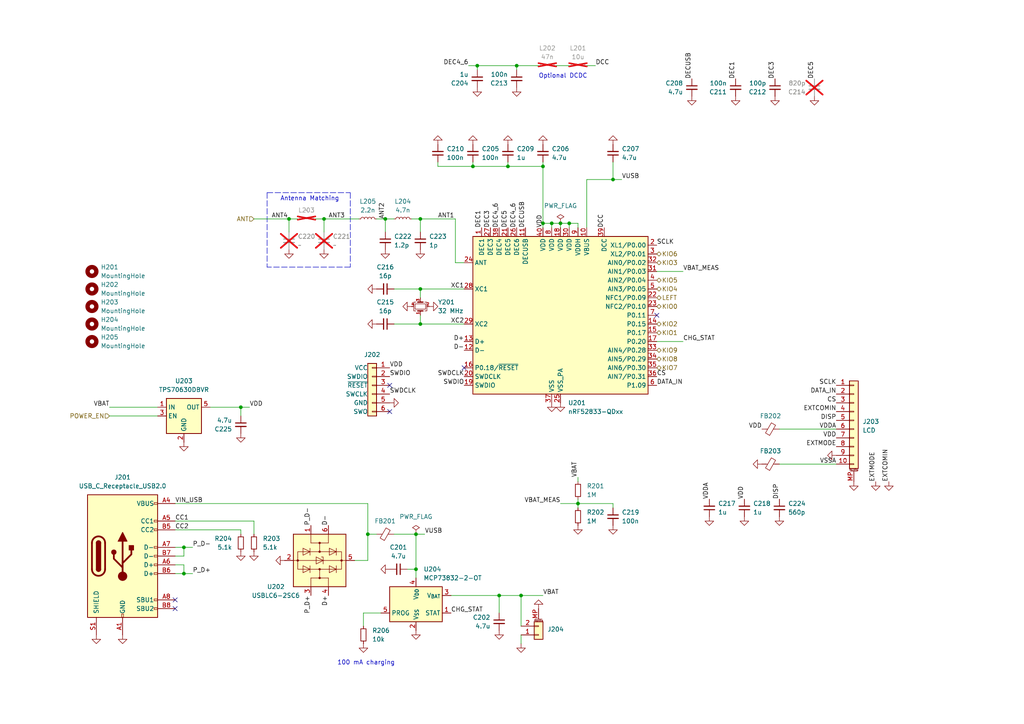
<source format=kicad_sch>
(kicad_sch (version 20230121) (generator eeschema)
  (paper "A4")
  (junction (at 93.98 63.5))
  (junction (at 157.48 64.77))
  (junction (at 69.85 118.11))
  (junction (at 151.13 172.72))
  (junction (at 121.92 63.5))
  (junction (at 120.65 165.1))
  (junction (at 138.43 19.05))
  (junction (at 177.8 52.07))
  (junction (at 147.32 48.26))
  (junction (at 106.68 154.94))
  (junction (at 167.64 146.05))
  (junction (at 121.92 93.98))
  (junction (at 149.86 19.05))
  (junction (at 83.82 63.5))
  (junction (at 160.02 64.77))
  (junction (at 165.1 64.77))
  (junction (at 53.34 166.37))
  (junction (at 53.34 158.75))
  (junction (at 144.78 172.72))
  (junction (at 111.76 63.5))
  (junction (at 162.56 64.77))
  (junction (at 120.65 154.94))
  (junction (at 137.16 48.26))
  (junction (at 121.92 83.82))
  (junction (at 157.48 48.26))
  (no_connect (at 50.8 176.53))
  (no_connect (at 113.03 111.76))
  (no_connect (at 190.5 91.44))
  (no_connect (at 50.8 173.99))
  (no_connect (at 113.03 119.38))
  (no_connect (at 134.62 106.68))
  (wire (pts (xy 177.8 46.99) (xy 177.8 52.07)))
  (wire (pts (xy 157.48 46.99) (xy 157.48 48.26)))
  (wire (pts (xy 53.34 166.37) (xy 50.8 166.37)))
  (polyline (pts (xy 77.47 55.88) (xy 77.47 77.47)) (stroke (width 0) (type dash)))
  (wire (pts (xy 162.56 146.05) (xy 167.64 146.05)))
  (wire (pts (xy 157.48 64.77) (xy 160.02 64.77)))
  (polyline (pts (xy 101.6 55.88) (xy 101.6 77.47)) (stroke (width 0) (type dash)))
  (wire (pts (xy 121.92 93.98) (xy 134.62 93.98)))
  (wire (pts (xy 114.3 83.82) (xy 121.92 83.82)))
  (wire (pts (xy 151.13 172.72) (xy 151.13 181.61)))
  (wire (pts (xy 132.08 63.5) (xy 132.08 76.2)))
  (wire (pts (xy 110.49 177.8) (xy 105.41 177.8)))
  (wire (pts (xy 137.16 48.26) (xy 147.32 48.26)))
  (wire (pts (xy 162.56 64.77) (xy 165.1 64.77)))
  (polyline (pts (xy 77.47 55.88) (xy 101.6 55.88)) (stroke (width 0) (type dash)))
  (wire (pts (xy 73.66 63.5) (xy 83.82 63.5)))
  (wire (pts (xy 121.92 83.82) (xy 121.92 86.36)))
  (wire (pts (xy 151.13 184.15) (xy 151.13 186.69)))
  (wire (pts (xy 160.02 64.77) (xy 160.02 66.04)))
  (wire (pts (xy 111.76 63.5) (xy 114.3 63.5)))
  (wire (pts (xy 119.38 63.5) (xy 121.92 63.5)))
  (wire (pts (xy 53.34 158.75) (xy 55.88 158.75)))
  (wire (pts (xy 73.66 151.13) (xy 73.66 154.94)))
  (wire (pts (xy 170.18 19.05) (xy 172.72 19.05)))
  (wire (pts (xy 167.64 146.05) (xy 177.8 146.05)))
  (wire (pts (xy 91.44 63.5) (xy 93.98 63.5)))
  (wire (pts (xy 114.3 93.98) (xy 121.92 93.98)))
  (wire (pts (xy 157.48 66.04) (xy 157.48 64.77)))
  (wire (pts (xy 149.86 19.05) (xy 156.21 19.05)))
  (wire (pts (xy 147.32 48.26) (xy 157.48 48.26)))
  (wire (pts (xy 60.96 118.11) (xy 69.85 118.11)))
  (wire (pts (xy 106.68 154.94) (xy 109.22 154.94)))
  (wire (pts (xy 167.64 146.05) (xy 167.64 147.32)))
  (wire (pts (xy 50.8 153.67) (xy 69.85 153.67)))
  (wire (pts (xy 50.8 151.13) (xy 73.66 151.13)))
  (wire (pts (xy 106.68 146.05) (xy 106.68 154.94)))
  (wire (pts (xy 137.16 46.99) (xy 137.16 48.26)))
  (wire (pts (xy 167.64 144.78) (xy 167.64 146.05)))
  (wire (pts (xy 69.85 118.11) (xy 72.39 118.11)))
  (wire (pts (xy 149.86 19.05) (xy 149.86 20.32)))
  (wire (pts (xy 127 46.99) (xy 127 48.26)))
  (wire (pts (xy 53.34 161.29) (xy 53.34 158.75)))
  (wire (pts (xy 121.92 63.5) (xy 132.08 63.5)))
  (wire (pts (xy 132.08 76.2) (xy 134.62 76.2)))
  (wire (pts (xy 121.92 83.82) (xy 134.62 83.82)))
  (wire (pts (xy 170.18 52.07) (xy 170.18 66.04)))
  (wire (pts (xy 105.41 177.8) (xy 105.41 181.61)))
  (wire (pts (xy 53.34 166.37) (xy 55.88 166.37)))
  (wire (pts (xy 50.8 146.05) (xy 106.68 146.05)))
  (wire (pts (xy 45.72 120.65) (xy 31.75 120.65)))
  (wire (pts (xy 135.89 19.05) (xy 138.43 19.05)))
  (wire (pts (xy 118.11 165.1) (xy 120.65 165.1)))
  (wire (pts (xy 167.64 64.77) (xy 167.64 66.04)))
  (wire (pts (xy 177.8 52.07) (xy 180.34 52.07)))
  (wire (pts (xy 93.98 63.5) (xy 93.98 67.31)))
  (wire (pts (xy 93.98 63.5) (xy 104.14 63.5)))
  (wire (pts (xy 226.06 124.46) (xy 242.57 124.46)))
  (wire (pts (xy 69.85 153.67) (xy 69.85 154.94)))
  (wire (pts (xy 53.34 158.75) (xy 50.8 158.75)))
  (wire (pts (xy 31.75 118.11) (xy 45.72 118.11)))
  (wire (pts (xy 102.87 162.56) (xy 106.68 162.56)))
  (wire (pts (xy 53.34 163.83) (xy 53.34 166.37)))
  (wire (pts (xy 138.43 19.05) (xy 149.86 19.05)))
  (wire (pts (xy 83.82 63.5) (xy 86.36 63.5)))
  (wire (pts (xy 151.13 172.72) (xy 157.48 172.72)))
  (wire (pts (xy 106.68 154.94) (xy 106.68 162.56)))
  (wire (pts (xy 120.65 154.94) (xy 120.65 165.1)))
  (wire (pts (xy 157.48 48.26) (xy 157.48 64.77)))
  (wire (pts (xy 120.65 165.1) (xy 120.65 167.64)))
  (wire (pts (xy 167.64 138.43) (xy 167.64 139.7)))
  (wire (pts (xy 111.76 63.5) (xy 111.76 67.31)))
  (wire (pts (xy 177.8 146.05) (xy 177.8 147.32)))
  (wire (pts (xy 161.29 19.05) (xy 165.1 19.05)))
  (wire (pts (xy 144.78 172.72) (xy 144.78 177.8)))
  (wire (pts (xy 162.56 64.77) (xy 162.56 66.04)))
  (wire (pts (xy 160.02 64.77) (xy 162.56 64.77)))
  (polyline (pts (xy 101.6 77.47) (xy 77.47 77.47)) (stroke (width 0) (type dash)))
  (wire (pts (xy 120.65 154.94) (xy 123.19 154.94)))
  (wire (pts (xy 69.85 118.11) (xy 69.85 120.65)))
  (wire (pts (xy 147.32 46.99) (xy 147.32 48.26)))
  (wire (pts (xy 226.06 134.62) (xy 242.57 134.62)))
  (wire (pts (xy 50.8 163.83) (xy 53.34 163.83)))
  (wire (pts (xy 121.92 63.5) (xy 121.92 67.31)))
  (wire (pts (xy 177.8 52.07) (xy 170.18 52.07)))
  (wire (pts (xy 114.3 154.94) (xy 120.65 154.94)))
  (wire (pts (xy 130.81 172.72) (xy 144.78 172.72)))
  (wire (pts (xy 50.8 161.29) (xy 53.34 161.29)))
  (wire (pts (xy 165.1 64.77) (xy 165.1 66.04)))
  (wire (pts (xy 83.82 63.5) (xy 83.82 67.31)))
  (wire (pts (xy 198.12 99.06) (xy 190.5 99.06)))
  (wire (pts (xy 138.43 19.05) (xy 138.43 20.32)))
  (wire (pts (xy 127 48.26) (xy 137.16 48.26)))
  (wire (pts (xy 109.22 63.5) (xy 111.76 63.5)))
  (wire (pts (xy 165.1 64.77) (xy 167.64 64.77)))
  (wire (pts (xy 144.78 172.72) (xy 151.13 172.72)))
  (wire (pts (xy 198.12 78.74) (xy 190.5 78.74)))
  (wire (pts (xy 121.92 91.44) (xy 121.92 93.98)))
  (text "100 mA charging" (at 97.79 193.04 0) (effects (font (size 1.27 1.27)) (justify left bottom)))
  (text "Antenna Matching" (at 81.28 58.42 0) (effects (font (size 1.27 1.27)) (justify left bottom)))
  (text "Optional DCDC" (at 156.21 22.86 0) (effects (font (size 1.27 1.27)) (justify left bottom)))
  (label "CC1" (at 50.8 151.13 0))
  (label "VUSB" (at 180.34 52.07 0))
  (label "SWDIO" (at 113.03 109.22 0))
  (label "DCC" (at 175.26 66.04 90))
  (label "DECUSB" (at 200.66 22.86 90))
  (label "EXTMODE" (at 242.57 129.54 180))
  (label "SWDCLK" (at 134.62 109.22 180))
  (label "D+" (at 134.62 99.06 180))
  (label "P_D+" (at 55.88 166.37 0))
  (label "VDD" (at 157.48 66.04 90))
  (label "EXTMODE" (at 254 139.7 90))
  (label "DISP" (at 226.06 144.78 90))
  (label "CS" (at 190.5 109.22 0))
  (label "CHG_STAT" (at 130.81 177.8 0))
  (label "VBAT" (at 167.64 138.43 90))
  (label "CS" (at 242.57 116.84 180))
  (label "EXTCOMIN" (at 257.81 139.7 90))
  (label "SCLK" (at 242.57 111.76 180))
  (label "SWDCLK" (at 113.03 114.3 0))
  (label "ANT3" (at 95.25 63.5 0))
  (label "VBAT_MEAS" (at 162.56 146.05 180))
  (label "VDDA" (at 242.57 124.46 180))
  (label "XC1" (at 134.62 83.82 180))
  (label "ANT2" (at 111.76 63.5 90))
  (label "D-" (at 134.62 101.6 180))
  (label "P_D+" (at 90.17 172.72 270))
  (label "VIN_USB" (at 50.8 146.05 0))
  (label "VDD" (at 215.9 144.78 90))
  (label "DEC3" (at 142.24 66.04 90))
  (label "SWDIO" (at 134.62 111.76 180))
  (label "DECUSB" (at 152.4 66.04 90))
  (label "CHG_STAT" (at 198.12 99.06 0))
  (label "DEC4_6" (at 144.78 66.04 90))
  (label "VBAT" (at 157.48 172.72 0))
  (label "DISP" (at 242.57 121.92 180))
  (label "VDD" (at 220.98 124.46 180))
  (label "DEC5" (at 147.32 66.04 90))
  (label "ANT1" (at 127 63.5 0))
  (label "DATA_IN" (at 242.57 114.3 180))
  (label "XC2" (at 134.62 93.98 180))
  (label "P_D-" (at 90.17 152.4 90))
  (label "VDD" (at 72.39 118.11 0))
  (label "DEC3" (at 224.79 22.86 90))
  (label "DEC4_6" (at 135.89 19.05 180))
  (label "VSSA" (at 242.57 134.62 180))
  (label "DCC" (at 172.72 19.05 0))
  (label "CC2" (at 50.8 153.67 0))
  (label "VDDA" (at 205.74 144.78 90))
  (label "D+" (at 95.25 172.72 270))
  (label "ANT4" (at 78.74 63.5 0))
  (label "DEC1" (at 139.7 66.04 90))
  (label "SCLK" (at 190.5 71.12 0))
  (label "DEC4_6" (at 149.86 66.04 90))
  (label "EXTCOMIN" (at 242.57 119.38 180))
  (label "VBAT" (at 31.75 118.11 180))
  (label "DATA_IN" (at 190.5 111.76 0))
  (label "D-" (at 95.25 152.4 90))
  (label "DEC1" (at 213.36 22.86 90))
  (label "VBAT_MEAS" (at 198.12 78.74 0))
  (label "VUSB" (at 123.19 154.94 0))
  (label "P_D-" (at 55.88 158.75 0))
  (label "VDD" (at 113.03 106.68 0))
  (label "DEC5" (at 236.22 22.86 90))
  (label "VDD" (at 242.57 127 180))
  (hierarchical_label "KIO1" (shape bidirectional) (at 190.5 96.52 0))
  (hierarchical_label "KIO5" (shape bidirectional) (at 190.5 81.28 0))
  (hierarchical_label "KIO6" (shape bidirectional) (at 190.5 73.66 0))
  (hierarchical_label "KIO7" (shape bidirectional) (at 190.5 106.68 0))
  (hierarchical_label "KIO9" (shape bidirectional) (at 190.5 101.6 0))
  (hierarchical_label "KIO0" (shape bidirectional) (at 190.5 88.9 0))
  (hierarchical_label "KIO4" (shape bidirectional) (at 190.5 83.82 0))
  (hierarchical_label "POWER_EN" (shape input) (at 31.75 120.65 180))
  (hierarchical_label "LEFT" (shape bidirectional) (at 190.5 86.36 0))
  (hierarchical_label "KIO3" (shape bidirectional) (at 190.5 76.2 0))
  (hierarchical_label "KIO8" (shape bidirectional) (at 190.5 104.14 0))
  (hierarchical_label "ANT" (shape input) (at 73.66 63.5 180))
  (hierarchical_label "KIO2" (shape bidirectional) (at 190.5 93.98 0))
  (symbol (lib_id "Connector:USB_C_Receptacle_USB2.0") (at 35.56 161.29 0) (unit 1)
    (property "Reference" "J201" (at 35.56 138.43 0))
    (property "Value" "USB_C_Receptacle_USB2.0" (at 35.56 140.97 0))
    (property "Footprint" "connectors:USB_C_Receptacle_USB4105" (effects hide))
    (property "Datasheet" "https://www.usb.org/sites/default/files/documents/usb_type-c.zip" (effects hide))
    (property "MFPN" "USB4105 or TYPE-C-31-M-12" (effects hide))
    (property "LCSC" "C165948" (effects hide))
    (instances (project "crkbd-shockburst" (path "" (reference "J201") (unit 1)) (path "" (reference "J502") (unit 1))))
  )
  (symbol (lib_id "power:GND") (at 113.03 116.84 90) (unit 1)
    (property "Reference" "#PWR0236" (effects hide))
    (property "Value" "GND" (effects hide))
    (instances (project "crkbd-shockburst" (path "" (reference "#PWR0236") (unit 1)) (path "" (reference "#PWR0524") (unit 1))))
  )
  (symbol (lib_id "Device:C_Small") (at 83.82 69.85 0) (mirror y) (unit 1) (dnp yes)
    (property "Reference" "C220" (at 86.36 68.5863 0) (effects (justify right)))
    (property "Value" "~" (at 86.36 71.1263 0) (effects (justify right)))
    (property "Footprint" "passive:C_0402" (effects hide))
    (instances (project "crkbd-shockburst" (path "" (reference "C220") (unit 1)) (path "" (reference "C513") (unit 1))))
  )
  (symbol (lib_id "Device:C_Small") (at 69.85 123.19 0) (unit 1)
    (property "Reference" "C225" (at 67.31 124.4664 0) (effects (justify right)))
    (property "Value" "4.7u" (at 67.31 121.9264 0) (effects (justify right)))
    (property "Footprint" "passive:C_0603" (effects hide))
    (property "MFPN" "C0603B475K010T" (effects hide))
    (property "Specification" "10V,X5R" (effects hide))
    (property "LCSC" "C961503" (effects hide))
    (instances (project "crkbd-shockburst" (path "" (reference "C225") (unit 1)) (path "" (reference "C525") (unit 1))))
  )
  (symbol (lib_id "Mechanical:MountingHole") (at 26.67 83.82 0) (unit 1) (in_bom no)
    (property "Reference" "H202" (at 29.21 82.55 0) (effects (justify left)))
    (property "Value" "MountingHole" (at 29.21 85.09 0) (effects (justify left)))
    (property "Footprint" "MountingHole:MountingHole_4.3mm_M4" (effects hide))
    (instances (project "crkbd-shockburst" (path "" (reference "H202") (unit 1)) (path "" (reference "H502") (unit 1))))
  )
  (symbol (lib_id "power:GND") (at 151.13 186.69 0) (unit 1)
    (property "Reference" "#PWR0212" (effects hide))
    (property "Value" "GND" (effects hide))
    (instances (project "crkbd-shockburst" (path "" (reference "#PWR0212") (unit 1)) (path "" (reference "#PWR0541") (unit 1))))
  )
  (symbol (lib_id "power:GND") (at 160.02 116.84 0) (unit 1)
    (property "Reference" "#PWR0201" (effects hide))
    (property "Value" "GND" (effects hide))
    (instances (project "crkbd-shockburst" (path "" (reference "#PWR0201") (unit 1)) (path "" (reference "#PWR0525") (unit 1))))
  )
  (symbol (lib_id "Device:FerriteBead_Small") (at 111.76 154.94 90) (unit 1)
    (property "Reference" "FB201" (at 111.7219 151.13 90))
    (property "Value" "FerriteBead_Small" (effects hide))
    (property "Footprint" "passive:R_0603" (effects hide))
    (property "MFPN" "MMZ1608Y152BTA00" (effects hide))
    (property "Specification" "600 ohm @ 100 MHz" (effects hide))
    (property "LCSC" "C275454" (effects hide))
    (instances (project "crkbd-shockburst" (path "" (reference "FB201") (unit 1)) (path "" (reference "FB501") (unit 1))))
  )
  (symbol (lib_id "Regulator_Linear:TPS7A0533PDBV") (at 53.34 120.65 0) (unit 1)
    (property "Reference" "U203" (at 53.34 110.49 0))
    (property "Value" "TPS70630DBVR" (at 53.34 113.03 0))
    (property "Footprint" "Package_TO_SOT_SMD:SOT-23-5" (effects hide))
    (property "Datasheet" "https://www.ti.com/lit/ds/symlink/tps7a05.pdf" (effects hide))
    (property "MFPN" "TPS70630DBVR" (effects hide))
    (property "LCSC" "C2859817" (effects hide))
    (instances (project "crkbd-shockburst" (path "" (reference "U203") (unit 1)) (path "" (reference "U504") (unit 1))))
  )
  (symbol (lib_id "Device:C_Small") (at 111.76 83.82 270) (mirror x) (unit 1)
    (property "Reference" "C216" (at 111.7536 77.47 90))
    (property "Value" "16p" (at 111.7536 80.01 90))
    (property "Footprint" "passive:C_0402" (effects hide))
    (property "MFPN" "SH15N150J500CT" (effects hide))
    (property "Specification" "50V,C0G" (effects hide))
    (property "LCSC" "C396888" (effects hide))
    (instances (project "crkbd-shockburst" (path "" (reference "C216") (unit 1)) (path "" (reference "C517") (unit 1))))
  )
  (symbol (lib_id "Device:C_Small") (at 224.79 25.4 0) (mirror y) (unit 1)
    (property "Reference" "C212" (at 222.25 26.6764 0) (effects (justify left)))
    (property "Value" "100p" (at 222.25 24.1364 0) (effects (justify left)))
    (property "Footprint" "passive:C_0402" (effects hide))
    (property "MFPN" "MG15N101J500CT" (effects hide))
    (property "Specification" "50V,C0G" (effects hide))
    (property "LCSC" "C327785" (effects hide))
    (instances (project "crkbd-shockburst" (path "" (reference "C212") (unit 1)) (path "" (reference "C505") (unit 1))))
  )
  (symbol (lib_id "Device:L_Small") (at 106.68 63.5 90) (unit 1)
    (property "Reference" "L205" (at 106.68 58.42 90))
    (property "Value" "2.2n" (at 106.68 60.96 90))
    (property "Footprint" "passive:R_0402" (effects hide))
    (property "MFPN" "SDCL1005C2N2CTDF" (effects hide))
    (property "LCSC" "C918998" (effects hide))
    (instances (project "crkbd-shockburst" (path "" (reference "L205") (unit 1)) (path "" (reference "L504") (unit 1))))
  )
  (symbol (lib_id "power:GND") (at 83.82 72.39 0) (unit 1)
    (property "Reference" "#PWR0239" (effects hide))
    (property "Value" "GND" (effects hide))
    (instances (project "crkbd-shockburst" (path "" (reference "#PWR0239") (unit 1)) (path "" (reference "#PWR0515") (unit 1))))
  )
  (symbol (lib_id "Device:C_Small") (at 111.76 93.98 270) (mirror x) (unit 1)
    (property "Reference" "C215" (at 111.7536 87.63 90))
    (property "Value" "16p" (at 111.7536 90.17 90))
    (property "Footprint" "passive:C_0402" (effects hide))
    (property "MFPN" "SH15N150J500CT" (effects hide))
    (property "Specification" "50V,C0G" (effects hide))
    (property "LCSC" "C396888" (effects hide))
    (instances (project "crkbd-shockburst" (path "" (reference "C215") (unit 1)) (path "" (reference "C518") (unit 1))))
  )
  (symbol (lib_id "power:GND") (at 177.8 41.91 180) (unit 1)
    (property "Reference" "#PWR0218" (effects hide))
    (property "Value" "GND" (effects hide))
    (instances (project "crkbd-shockburst" (path "" (reference "#PWR0218") (unit 1)) (path "" (reference "#PWR0512") (unit 1))))
  )
  (symbol (lib_id "power:GND") (at 220.98 134.62 270) (unit 1)
    (property "Reference" "#PWR0207" (effects hide))
    (property "Value" "GND" (effects hide))
    (instances (project "crkbd-shockburst" (path "" (reference "#PWR0207") (unit 1)) (path "" (reference "#PWR0514") (unit 1))))
  )
  (symbol (lib_id "Mechanical:MountingHole") (at 26.67 99.06 0) (unit 1) (in_bom no)
    (property "Reference" "H205" (at 29.21 97.79 0) (effects (justify left)))
    (property "Value" "MountingHole" (at 29.21 100.33 0) (effects (justify left)))
    (property "Footprint" "MountingHole:MountingHole_4.3mm_M4" (effects hide))
    (instances (project "crkbd-shockburst" (path "" (reference "H205") (unit 1)) (path "" (reference "H505") (unit 1))))
  )
  (symbol (lib_id "power:GND") (at 35.56 184.15 0) (unit 1)
    (property "Reference" "#PWR0204" (effects hide))
    (property "Value" "GND" (effects hide))
    (instances (project "crkbd-shockburst" (path "" (reference "#PWR0204") (unit 1)) (path "" (reference "#PWR0539") (unit 1))))
  )
  (symbol (lib_id "power:GND") (at 200.66 27.94 0) (unit 1)
    (property "Reference" "#PWR0219" (effects hide))
    (property "Value" "GND" (effects hide))
    (instances (project "crkbd-shockburst" (path "" (reference "#PWR0219") (unit 1)) (path "" (reference "#PWR0503") (unit 1))))
  )
  (symbol (lib_id "power:GND") (at 177.8 152.4 0) (unit 1)
    (property "Reference" "#PWR0234" (effects hide))
    (property "Value" "GND" (effects hide))
    (instances (project "crkbd-shockburst" (path "" (reference "#PWR0234") (unit 1)) (path "" (reference "#PWR0529") (unit 1))))
  )
  (symbol (lib_id "Device:L_Small") (at 116.84 63.5 90) (unit 1)
    (property "Reference" "L204" (at 116.84 58.42 90))
    (property "Value" "4.7n" (at 116.84 60.96 90))
    (property "Footprint" "passive:R_0402" (effects hide))
    (property "MFPN" "HCI1005LF-4N7S-MS8" (effects hide))
    (property "LCSC" "C304335" (effects hide))
    (instances (project "crkbd-shockburst" (path "" (reference "L204") (unit 1)) (path "" (reference "L505") (unit 1))))
  )
  (symbol (lib_id "power:GND") (at 157.48 41.91 180) (unit 1)
    (property "Reference" "#PWR0217" (effects hide))
    (property "Value" "GND" (effects hide))
    (instances (project "crkbd-shockburst" (path "" (reference "#PWR0217") (unit 1)) (path "" (reference "#PWR0511") (unit 1))))
  )
  (symbol (lib_id "power:GND") (at 111.76 72.39 0) (unit 1)
    (property "Reference" "#PWR0240" (effects hide))
    (property "Value" "GND" (effects hide))
    (instances (project "crkbd-shockburst" (path "" (reference "#PWR0240") (unit 1)) (path "" (reference "#PWR0517") (unit 1))))
  )
  (symbol (lib_id "power:GND") (at 167.64 152.4 0) (unit 1)
    (property "Reference" "#PWR0233" (effects hide))
    (property "Value" "GND" (effects hide))
    (instances (project "crkbd-shockburst" (path "" (reference "#PWR0233") (unit 1)) (path "" (reference "#PWR0528") (unit 1))))
  )
  (symbol (lib_id "power:GND") (at 254 139.7 0) (unit 1)
    (property "Reference" "#PWR0228" (effects hide))
    (property "Value" "GND" (effects hide))
    (instances (project "crkbd-shockburst" (path "" (reference "#PWR0228") (unit 1)) (path "" (reference "#PWR0530") (unit 1))))
  )
  (symbol (lib_id "power:GND") (at 69.85 160.02 0) (unit 1)
    (property "Reference" "#PWR0230" (effects hide))
    (property "Value" "GND" (effects hide))
    (instances (project "crkbd-shockburst" (path "" (reference "#PWR0230") (unit 1)) (path "" (reference "#PWR0531") (unit 1))))
  )
  (symbol (lib_id "Device:R_Small") (at 167.64 149.86 0) (unit 1)
    (property "Reference" "R202" (at 170.18 148.59 0) (effects (justify left)))
    (property "Value" "1M" (at 170.18 151.13 0) (effects (justify left)))
    (property "Footprint" "passive:R_0402" (effects hide))
    (property "MFPN" "HPCR0402F1M00K9" (effects hide))
    (property "Specification" "1%" (effects hide))
    (property "LCSC" "C364860" (effects hide))
    (instances (project "crkbd-shockburst" (path "" (reference "R202") (unit 1)) (path "" (reference "R503") (unit 1))))
  )
  (symbol (lib_id "Device:R_Small") (at 69.85 157.48 180) (unit 1)
    (property "Reference" "R204" (at 67.31 156.21 0) (effects (justify left)))
    (property "Value" "5.1k" (at 67.31 158.75 0) (effects (justify left)))
    (property "Footprint" "passive:R_0402" (effects hide))
    (property "MFPN" "RM04JTN512" (effects hide))
    (property "Specification" "5%" (effects hide))
    (property "LCSC" "C188116" (effects hide))
    (instances (project "crkbd-shockburst" (path "" (reference "R204") (unit 1)) (path "" (reference "R504") (unit 1))))
  )
  (symbol (lib_id "power:GND") (at 247.65 139.7 0) (unit 1)
    (property "Reference" "#PWR0206" (effects hide))
    (property "Value" "GND" (effects hide))
    (instances (project "crkbd-shockburst" (path "" (reference "#PWR0206") (unit 1)) (path "" (reference "#PWR0513") (unit 1))))
  )
  (symbol (lib_id "Device:R_Small") (at 167.64 142.24 0) (unit 1)
    (property "Reference" "R201" (at 170.18 140.97 0) (effects (justify left)))
    (property "Value" "1M" (at 170.18 143.51 0) (effects (justify left)))
    (property "Footprint" "passive:R_0402" (effects hide))
    (property "MFPN" "HPCR0402F1M00K9" (effects hide))
    (property "Specification" "1%" (effects hide))
    (property "LCSC" "C364860" (effects hide))
    (instances (project "crkbd-shockburst" (path "" (reference "R201") (unit 1)) (path "" (reference "R502") (unit 1))))
  )
  (symbol (lib_id "Device:Crystal_GND24_Small") (at 121.92 88.9 90) (unit 1)
    (property "Reference" "Y201" (at 127 87.63 90) (effects (justify right)))
    (property "Value" "32 MHz" (at 127 90.17 90) (effects (justify right)))
    (property "Footprint" "crystals:Crystal_4Pin_2.0x1.6mm" (effects hide))
    (property "MFPN" "7D032000H01" (effects hide))
    (property "Specification" "32MHz 9pF ±10ppm" (effects hide))
    (property "LCSC" "C648961" (effects hide))
    (instances (project "crkbd-shockburst" (path "" (reference "Y201") (unit 1)) (path "" (reference "Y501") (unit 1))))
  )
  (symbol (lib_id "power:GND") (at 144.78 182.88 0) (unit 1)
    (property "Reference" "#PWR0213" (effects hide))
    (property "Value" "GND" (effects hide))
    (instances (project "crkbd-shockburst" (path "" (reference "#PWR0213") (unit 1)) (path "" (reference "#PWR0537") (unit 1))))
  )
  (symbol (lib_id "Connector_Generic_MountingPin:Conn_01x02_MountingPin") (at 156.21 184.15 0) (mirror x) (unit 1)
    (property "Reference" "J204" (at 158.75 182.5244 0) (effects (justify left)))
    (property "Value" "Conn_01x02_MountingPin" (effects hide))
    (property "Footprint" "Connector_JST:JST_SH_SM02B-SRSS-TB_1x02-1MP_P1.00mm_Horizontal" (effects hide))
    (instances (project "crkbd-shockburst" (path "" (reference "J204") (unit 1)) (path "" (reference "J504") (unit 1))))
  )
  (symbol (lib_id "power:GND") (at 69.85 125.73 0) (unit 1)
    (property "Reference" "#PWR0237" (effects hide))
    (property "Value" "GND" (effects hide))
    (instances (project "crkbd-shockburst" (path "" (reference "#PWR0237") (unit 1)) (path "" (reference "#PWR0544") (unit 1))))
  )
  (symbol (lib_id "power:PWR_FLAG") (at 162.56 64.77 0) (unit 1)
    (property "Reference" "#FLG0202" (effects hide))
    (property "Value" "PWR_FLAG" (at 162.56 59.69 0))
    (instances (project "crkbd-shockburst" (path "" (reference "#FLG0202") (unit 1)) (path "" (reference "#FLG0501") (unit 1))))
  )
  (symbol (lib_id "power:GND") (at 124.46 88.9 90) (unit 1)
    (property "Reference" "#PWR02" (effects hide))
    (property "Value" "GND" (effects hide))
    (instances (project "crkbd-shockburst" (path "" (reference "#PWR02") (unit 1)) (path "" (reference "#PWR0522") (unit 1))))
  )
  (symbol (lib_id "Device:C_Small") (at 236.22 25.4 0) (mirror y) (unit 1) (dnp yes)
    (property "Reference" "C214" (at 233.68 26.6764 0) (effects (justify left)))
    (property "Value" "820p" (at 233.68 24.1364 0) (effects (justify left)))
    (property "Footprint" "passive:C_0402" (effects hide))
    (property "MFPN" "C1005X7R821KGTS" (effects hide))
    (property "Specification" "50V,C0G" (effects hide))
    (property "LCSC" "C147541" (effects hide))
    (instances (project "crkbd-shockburst" (path "" (reference "C214") (unit 1)) (path "" (reference "C506") (unit 1))))
  )
  (symbol (lib_id "Device:FerriteBead_Small") (at 223.52 124.46 90) (unit 1)
    (property "Reference" "FB202" (at 223.4819 120.65 90))
    (property "Value" "FerriteBead_Small" (effects hide))
    (property "Footprint" "passive:R_0603" (effects hide))
    (property "MFPN" "MMZ1608Y152BTA00" (effects hide))
    (property "Specification" "600 ohm @ 100 MHz" (effects hide))
    (property "LCSC" "C275454" (effects hide))
    (instances (project "crkbd-shockburst" (path "" (reference "FB202") (unit 1)) (path "" (reference "FB502") (unit 1))))
  )
  (symbol (lib_id "Device:C_Small") (at 205.74 147.32 180) (unit 1)
    (property "Reference" "C217" (at 208.28 146.0436 0) (effects (justify right)))
    (property "Value" "1u" (at 208.28 148.5836 0) (effects (justify right)))
    (property "Footprint" "passive:C_0402" (effects hide))
    (property "MFPN" "FS15B105K6R3PNG" (effects hide))
    (property "Specification" "6.3V,X5R" (effects hide))
    (property "LCSC" "C525327" (effects hide))
    (instances (project "crkbd-shockburst" (path "" (reference "C217") (unit 1)) (path "" (reference "C522") (unit 1))))
  )
  (symbol (lib_id "power:GND") (at 82.55 162.56 270) (unit 1)
    (property "Reference" "#PWR0205" (effects hide))
    (property "Value" "GND" (effects hide))
    (instances (project "crkbd-shockburst" (path "" (reference "#PWR0205") (unit 1)) (path "" (reference "#PWR0533") (unit 1))))
  )
  (symbol (lib_id "Device:C_Small") (at 215.9 147.32 180) (unit 1)
    (property "Reference" "C218" (at 218.44 146.0436 0) (effects (justify right)))
    (property "Value" "1u" (at 218.44 148.5836 0) (effects (justify right)))
    (property "Footprint" "passive:C_0402" (effects hide))
    (property "MFPN" "FS15B105K6R3PNG" (effects hide))
    (property "Specification" "6.3V,X5R" (effects hide))
    (property "LCSC" "C525327" (effects hide))
    (instances (project "crkbd-shockburst" (path "" (reference "C218") (unit 1)) (path "" (reference "C523") (unit 1))))
  )
  (symbol (lib_id "Device:C_Small") (at 226.06 147.32 0) (mirror y) (unit 1)
    (property "Reference" "C224" (at 228.6 146.0563 0) (effects (justify right)))
    (property "Value" "560p" (at 228.6 148.5963 0) (effects (justify right)))
    (property "Footprint" "passive:C_0402" (effects hide))
    (property "MFPN" "FN15X561K500PNG" (effects hide))
    (property "Specification" "50V,X7R" (effects hide))
    (property "LCSC" "C363544" (effects hide))
    (instances (project "crkbd-shockburst" (path "" (reference "C224") (unit 1)) (path "" (reference "C524") (unit 1))))
  )
  (symbol (lib_id "Device:C_Small") (at 147.32 44.45 180) (unit 1)
    (property "Reference" "C209" (at 149.86 43.1736 0) (effects (justify right)))
    (property "Value" "1u" (at 149.86 45.7136 0) (effects (justify right)))
    (property "Footprint" "passive:C_0402" (effects hide))
    (property "MFPN" "FS15B105K6R3PNG" (effects hide))
    (property "Specification" "6.3V,X5R" (effects hide))
    (property "LCSC" "C525327" (effects hide))
    (instances (project "crkbd-shockburst" (path "" (reference "C209") (unit 1)) (path "" (reference "C509") (unit 1))))
  )
  (symbol (lib_id "power:GND") (at 53.34 128.27 0) (unit 1)
    (property "Reference" "#PWR0243" (effects hide))
    (property "Value" "GND" (effects hide))
    (instances (project "crkbd-shockburst" (path "" (reference "#PWR0243") (unit 1)) (path "" (reference "#PWR0545") (unit 1))))
  )
  (symbol (lib_id "power:GND") (at 149.86 25.4 0) (unit 1)
    (property "Reference" "#PWR0224" (effects hide))
    (property "Value" "GND" (effects hide))
    (instances (project "crkbd-shockburst" (path "" (reference "#PWR0224") (unit 1)) (path "" (reference "#PWR0502") (unit 1))))
  )
  (symbol (lib_id "power:GND") (at 27.94 184.15 0) (unit 1)
    (property "Reference" "#PWR0203" (effects hide))
    (property "Value" "GND" (effects hide))
    (instances (project "crkbd-shockburst" (path "" (reference "#PWR0203") (unit 1)) (path "" (reference "#PWR0538") (unit 1))))
  )
  (symbol (lib_id "Device:C_Small") (at 137.16 44.45 180) (unit 1)
    (property "Reference" "C205" (at 139.7 43.1736 0) (effects (justify right)))
    (property "Value" "100n" (at 139.7 45.7136 0) (effects (justify right)))
    (property "Footprint" "passive:C_0402" (effects hide))
    (property "MFPN" "FN15B104K160PNG" (effects hide))
    (property "Specification" "16V,X5R" (effects hide))
    (property "LCSC" "C2874742" (effects hide))
    (instances (project "crkbd-shockburst" (path "" (reference "C205") (unit 1)) (path "" (reference "C508") (unit 1))))
  )
  (symbol (lib_id "Device:L_Small") (at 158.75 19.05 90) (unit 1) (dnp yes)
    (property "Reference" "L202" (at 158.75 13.97 90))
    (property "Value" "47n" (at 158.75 16.51 90))
    (property "Footprint" "passive:R_0402" (effects hide))
    (property "Specification" "50 mA min." (effects hide))
    (instances (project "crkbd-shockburst" (path "" (reference "L202") (unit 1)) (path "" (reference "L501") (unit 1))))
  )
  (symbol (lib_id "power:GND") (at 93.98 72.39 0) (unit 1)
    (property "Reference" "#PWR0238" (effects hide))
    (property "Value" "GND" (effects hide))
    (instances (project "crkbd-shockburst" (path "" (reference "#PWR0238") (unit 1)) (path "" (reference "#PWR0516") (unit 1))))
  )
  (symbol (lib_id "Battery_Management:MCP73832-2-OT") (at 120.65 175.26 0) (unit 1)
    (property "Reference" "U204" (at 122.8441 165.1 0) (effects (justify left)))
    (property "Value" "MCP73832-2-OT" (at 122.8441 167.64 0) (effects (justify left)))
    (property "Footprint" "Package_TO_SOT_SMD:SOT-23-5" (effects hide))
    (property "Datasheet" "http://ww1.microchip.com/downloads/en/DeviceDoc/20001984g.pdf" (effects hide))
    (property "MFPN" "MCP73832T-2ACI/OT" (effects hide))
    (property "LCSC" "C38066" (effects hide))
    (instances (project "crkbd-shockburst" (path "" (reference "U204") (unit 1)) (path "" (reference "U503") (unit 1))))
  )
  (symbol (lib_id "nordic_mcu:nRF52833-QDxx") (at 162.56 91.44 0) (unit 1)
    (property "Reference" "U201" (at 164.7541 116.84 0) (effects (justify left)))
    (property "Value" "nRF52833-QDxx" (at 164.7541 119.38 0) (effects (justify left)))
    (property "Footprint" "Package_DFN_QFN:QFN-40-1EP_5x5mm_P0.4mm_EP3.6x3.6mm" (effects hide))
    (property "Datasheet" "https://infocenter.nordicsemi.com/pdf/nRF52833_PS_v1.5.pdf" (effects hide))
    (property "MFPN" "nRF52833-QDAA" (effects hide))
    (property "LCSC" "C2895249 or C3007767" (effects hide))
    (instances (project "crkbd-shockburst" (path "" (reference "U201") (unit 1)) (path "" (reference "U501") (unit 1))))
  )
  (symbol (lib_id "power:GND") (at 113.03 165.1 270) (unit 1)
    (property "Reference" "#PWR0210" (effects hide))
    (property "Value" "GND" (effects hide))
    (instances (project "crkbd-shockburst" (path "" (reference "#PWR0210") (unit 1)) (path "" (reference "#PWR0534") (unit 1))))
  )
  (symbol (lib_id "Device:C_Small") (at 121.92 69.85 0) (mirror y) (unit 1)
    (property "Reference" "C223" (at 124.46 68.5863 0) (effects (justify right)))
    (property "Value" "1p" (at 124.46 71.1263 0) (effects (justify right)))
    (property "Footprint" "passive:C_0402" (effects hide))
    (property "MFPN" "FN15N1R0C500PNG" (effects hide))
    (property "Specification" "50V,C0G" (effects hide))
    (property "LCSC" "C363513" (effects hide))
    (instances (project "crkbd-shockburst" (path "" (reference "C223") (unit 1)) (path "" (reference "C516") (unit 1))))
  )
  (symbol (lib_id "power:GND") (at 109.22 83.82 270) (unit 1)
    (property "Reference" "#PWR0227" (effects hide))
    (property "Value" "GND" (effects hide))
    (instances (project "crkbd-shockburst" (path "" (reference "#PWR0227") (unit 1)) (path "" (reference "#PWR0519") (unit 1))))
  )
  (symbol (lib_id "power:GND") (at 213.36 27.94 0) (unit 1)
    (property "Reference" "#PWR0222" (effects hide))
    (property "Value" "GND" (effects hide))
    (instances (project "crkbd-shockburst" (path "" (reference "#PWR0222") (unit 1)) (path "" (reference "#PWR0504") (unit 1))))
  )
  (symbol (lib_id "Device:C_Small") (at 177.8 44.45 180) (unit 1)
    (property "Reference" "C207" (at 180.34 43.1736 0) (effects (justify right)))
    (property "Value" "4.7u" (at 180.34 45.7136 0) (effects (justify right)))
    (property "Footprint" "passive:C_0603" (effects hide))
    (property "MFPN" "C0603B475K010T" (effects hide))
    (property "Specification" "10V,X5R" (effects hide))
    (property "LCSC" "C961503" (effects hide))
    (instances (project "crkbd-shockburst" (path "" (reference "C207") (unit 1)) (path "" (reference "C512") (unit 1))))
  )
  (symbol (lib_id "power:GND") (at 73.66 160.02 0) (unit 1)
    (property "Reference" "#PWR0231" (effects hide))
    (property "Value" "GND" (effects hide))
    (instances (project "crkbd-shockburst" (path "" (reference "#PWR0231") (unit 1)) (path "" (reference "#PWR0532") (unit 1))))
  )
  (symbol (lib_id "Device:C_Small") (at 213.36 25.4 0) (mirror y) (unit 1)
    (property "Reference" "C211" (at 210.82 26.6764 0) (effects (justify left)))
    (property "Value" "100n" (at 210.82 24.1364 0) (effects (justify left)))
    (property "Footprint" "passive:C_0402" (effects hide))
    (property "MFPN" "FN15B104K160PNG" (effects hide))
    (property "Specification" "16V,X5R" (effects hide))
    (property "LCSC" "C2874742" (effects hide))
    (instances (project "crkbd-shockburst" (path "" (reference "C211") (unit 1)) (path "" (reference "C504") (unit 1))))
  )
  (symbol (lib_id "connectors:tag-connect-swd") (at 107.95 111.76 0) (mirror y) (unit 1) (in_bom no)
    (property "Reference" "J202" (at 107.95 102.87 0))
    (property "Value" "tag-connect-swd" (effects hide))
    (property "Footprint" "Connector:Tag-Connect_TC2030-IDC-NL_2x03_P1.27mm_Vertical" (effects hide))
    (instances (project "crkbd-shockburst" (path "" (reference "J202") (unit 1)) (path "" (reference "J501") (unit 1))))
  )
  (symbol (lib_id "power:GND") (at 121.92 72.39 0) (unit 1)
    (property "Reference" "#PWR0241" (effects hide))
    (property "Value" "GND" (effects hide))
    (instances (project "crkbd-shockburst" (path "" (reference "#PWR0241") (unit 1)) (path "" (reference "#PWR0518") (unit 1))))
  )
  (symbol (lib_id "Device:C_Small") (at 177.8 149.86 0) (mirror y) (unit 1)
    (property "Reference" "C219" (at 180.34 148.5963 0) (effects (justify right)))
    (property "Value" "100n" (at 180.34 151.1363 0) (effects (justify right)))
    (property "Footprint" "passive:C_0402" (effects hide))
    (property "MFPN" "FN15B104K160PNG" (effects hide))
    (property "Specification" "16V,X5R" (effects hide))
    (property "LCSC" "C2874742" (effects hide))
    (instances (project "crkbd-shockburst" (path "" (reference "C219") (unit 1)) (path "" (reference "C519") (unit 1))))
  )
  (symbol (lib_id "power:GND") (at 119.38 88.9 270) (unit 1)
    (property "Reference" "#PWR01" (effects hide))
    (property "Value" "GND" (effects hide))
    (instances (project "crkbd-shockburst" (path "" (reference "#PWR01") (unit 1)) (path "" (reference "#PWR0521") (unit 1))))
  )
  (symbol (lib_id "power:GND") (at 242.57 132.08 270) (unit 1)
    (property "Reference" "#PWR0208" (effects hide))
    (property "Value" "GND" (effects hide))
    (instances (project "crkbd-shockburst" (path "" (reference "#PWR0208") (unit 1)) (path "" (reference "#PWR0520") (unit 1))))
  )
  (symbol (lib_id "Device:C_Small") (at 157.48 44.45 180) (unit 1)
    (property "Reference" "C206" (at 160.02 43.1736 0) (effects (justify right)))
    (property "Value" "4.7u" (at 160.02 45.7136 0) (effects (justify right)))
    (property "Footprint" "passive:C_0603" (effects hide))
    (property "MFPN" "C0603B475K010T" (effects hide))
    (property "Specification" "10V,X5R" (effects hide))
    (property "LCSC" "C961503" (effects hide))
    (instances (project "crkbd-shockburst" (path "" (reference "C206") (unit 1)) (path "" (reference "C511") (unit 1))))
  )
  (symbol (lib_id "Mechanical:MountingHole") (at 26.67 78.74 0) (unit 1) (in_bom no)
    (property "Reference" "H201" (at 29.21 77.47 0) (effects (justify left)))
    (property "Value" "MountingHole" (at 29.21 80.01 0) (effects (justify left)))
    (property "Footprint" "MountingHole:MountingHole_4.3mm_M4" (effects hide))
    (instances (project "crkbd-shockburst" (path "" (reference "H201") (unit 1)) (path "" (reference "H501") (unit 1))))
  )
  (symbol (lib_id "power:GND") (at 120.65 182.88 0) (unit 1)
    (property "Reference" "#PWR0211" (effects hide))
    (property "Value" "GND" (effects hide))
    (instances (project "crkbd-shockburst" (path "" (reference "#PWR0211") (unit 1)) (path "" (reference "#PWR0536") (unit 1))))
  )
  (symbol (lib_id "Mechanical:MountingHole") (at 26.67 88.9 0) (unit 1) (in_bom no)
    (property "Reference" "H203" (at 29.21 87.63 0) (effects (justify left)))
    (property "Value" "MountingHole" (at 29.21 90.17 0) (effects (justify left)))
    (property "Footprint" "MountingHole:MountingHole_4.3mm_M4" (effects hide))
    (instances (project "crkbd-shockburst" (path "" (reference "H203") (unit 1)) (path "" (reference "H503") (unit 1))))
  )
  (symbol (lib_id "power:GND") (at 226.06 149.86 0) (unit 1)
    (property "Reference" "#PWR0235" (effects hide))
    (property "Value" "GND" (effects hide))
    (instances (project "crkbd-shockburst" (path "" (reference "#PWR0235") (unit 1)) (path "" (reference "#PWR0543") (unit 1))))
  )
  (symbol (lib_id "power:GND") (at 156.21 176.53 180) (unit 1)
    (property "Reference" "#PWR0214" (effects hide))
    (property "Value" "GND" (effects hide))
    (instances (project "crkbd-shockburst" (path "" (reference "#PWR0214") (unit 1)) (path "" (reference "#PWR0510") (unit 1))))
  )
  (symbol (lib_id "Device:L_Small") (at 167.64 19.05 90) (unit 1) (dnp yes)
    (property "Reference" "L201" (at 167.64 13.97 90))
    (property "Value" "10u" (at 167.64 16.51 90))
    (property "Footprint" "passive:R_0603" (effects hide))
    (property "Specification" "50 mA min." (effects hide))
    (instances (project "crkbd-shockburst" (path "" (reference "L201") (unit 1)) (path "" (reference "L502") (unit 1))))
  )
  (symbol (lib_id "power:GND") (at 162.56 116.84 0) (unit 1)
    (property "Reference" "#PWR0202" (effects hide))
    (property "Value" "GND" (effects hide))
    (instances (project "crkbd-shockburst" (path "" (reference "#PWR0202") (unit 1)) (path "" (reference "#PWR0526") (unit 1))))
  )
  (symbol (lib_id "power:GND") (at 109.22 93.98 270) (unit 1)
    (property "Reference" "#PWR0226" (effects hide))
    (property "Value" "GND" (effects hide))
    (instances (project "crkbd-shockburst" (path "" (reference "#PWR0226") (unit 1)) (path "" (reference "#PWR0523") (unit 1))))
  )
  (symbol (lib_id "power:GND") (at 215.9 149.86 0) (unit 1)
    (property "Reference" "#PWR0229" (effects hide))
    (property "Value" "GND" (effects hide))
    (instances (project "crkbd-shockburst" (path "" (reference "#PWR0229") (unit 1)) (path "" (reference "#PWR0535") (unit 1))))
  )
  (symbol (lib_id "power:GND") (at 224.79 27.94 0) (unit 1)
    (property "Reference" "#PWR0223" (effects hide))
    (property "Value" "GND" (effects hide))
    (instances (project "crkbd-shockburst" (path "" (reference "#PWR0223") (unit 1)) (path "" (reference "#PWR0505") (unit 1))))
  )
  (symbol (lib_id "Connector_Generic_MountingPin:Conn_01x10_MountingPin") (at 247.65 121.92 0) (unit 1)
    (property "Reference" "J203" (at 250.19 122.2756 0) (effects (justify left)))
    (property "Value" "LCD" (at 250.19 124.8156 0) (effects (justify left)))
    (property "Footprint" "Connector_FFC-FPC:Hirose_FH12-10S-0.5SH_1x10-1MP_P0.50mm_Horizontal" (effects hide))
    (property "MFPN" "0.5K-1.5-10PWB" (effects hide))
    (property "LCSC" "C2919556" (effects hide))
    (instances (project "crkbd-shockburst" (path "" (reference "J203") (unit 1)) (path "" (reference "J503") (unit 1))))
  )
  (symbol (lib_id "power:PWR_FLAG") (at 120.65 154.94 0) (unit 1)
    (property "Reference" "#FLG0502" (effects hide))
    (property "Value" "PWR_FLAG" (at 120.65 149.86 0))
    (instances (project "crkbd-shockburst" (path "" (reference "#FLG0502") (unit 1)) (path "" (reference "#FLG0201") (unit 1))))
  )
  (symbol (lib_id "power:GND") (at 205.74 149.86 0) (unit 1)
    (property "Reference" "#PWR0232" (effects hide))
    (property "Value" "GND" (effects hide))
    (instances (project "crkbd-shockburst" (path "" (reference "#PWR0232") (unit 1)) (path "" (reference "#PWR0542") (unit 1))))
  )
  (symbol (lib_id "Device:R_Small") (at 73.66 157.48 180) (unit 1)
    (property "Reference" "R203" (at 76.2 156.21 0) (effects (justify right)))
    (property "Value" "5.1k" (at 76.2 158.75 0) (effects (justify right)))
    (property "Footprint" "passive:R_0402" (effects hide))
    (property "MFPN" "RM04JTN512" (effects hide))
    (property "Specification" "5%" (effects hide))
    (property "LCSC" "C188116" (effects hide))
    (instances (project "crkbd-shockburst" (path "" (reference "R203") (unit 1)) (path "" (reference "R505") (unit 1))))
  )
  (symbol (lib_id "Device:L_Small") (at 88.9 63.5 90) (unit 1) (dnp yes)
    (property "Reference" "L203" (at 88.9 60.96 90))
    (property "Value" "~" (at 88.9 60.96 90))
    (property "Footprint" "passive:R_0402" (effects hide))
    (instances (project "crkbd-shockburst" (path "" (reference "L203") (unit 1)) (path "" (reference "L503") (unit 1))))
  )
  (symbol (lib_id "Device:C_Small") (at 93.98 69.85 0) (mirror y) (unit 1) (dnp yes)
    (property "Reference" "C221" (at 96.52 68.5863 0) (effects (justify right)))
    (property "Value" "~" (at 96.52 71.1263 0) (effects (justify right)))
    (property "Footprint" "passive:C_0402" (effects hide))
    (instances (project "crkbd-shockburst" (path "" (reference "C221") (unit 1)) (path "" (reference "C514") (unit 1))))
  )
  (symbol (lib_id "Power_Protection:USBLC6-2SC6") (at 92.71 162.56 270) (unit 1)
    (property "Reference" "U202" (at 80.01 170.18 90))
    (property "Value" "USBLC6-2SC6" (at 80.01 172.72 90))
    (property "Footprint" "Package_TO_SOT_SMD:SOT-23-6" (effects hide))
    (property "Datasheet" "https://www.st.com/resource/en/datasheet/usblc6-2.pdf" (effects hide))
    (property "MFPN" "USBLC6-2SC6" (effects hide))
    (property "LCSC" "C7519" (effects hide))
    (instances (project "crkbd-shockburst" (path "" (reference "U202") (unit 1)) (path "" (reference "U502") (unit 1))))
  )
  (symbol (lib_id "Device:C_Small") (at 200.66 25.4 0) (unit 1)
    (property "Reference" "C208" (at 198.12 24.1363 0) (effects (justify right)))
    (property "Value" "4.7u" (at 198.12 26.6763 0) (effects (justify right)))
    (property "Footprint" "passive:C_0603" (effects hide))
    (property "MFPN" "C0603B475K010T" (effects hide))
    (property "Specification" "10V,X5R" (effects hide))
    (property "LCSC" "C961503" (effects hide))
    (instances (project "crkbd-shockburst" (path "" (reference "C208") (unit 1)) (path "" (reference "C503") (unit 1))))
  )
  (symbol (lib_id "Device:R_Small") (at 105.41 184.15 180) (unit 1)
    (property "Reference" "R206" (at 107.95 182.88 0) (effects (justify right)))
    (property "Value" "10k" (at 107.95 185.42 0) (effects (justify right)))
    (property "Footprint" "passive:R_0402" (effects hide))
    (property "MFPN" "AC0402FR-0710KL" (effects hide))
    (property "Specification" "5%" (effects hide))
    (property "LCSC" "C144807" (effects hide))
    (instances (project "crkbd-shockburst" (path "" (reference "R206") (unit 1)) (path "" (reference "R506") (unit 1))))
  )
  (symbol (lib_id "Device:C_Small") (at 149.86 22.86 0) (mirror y) (unit 1)
    (property "Reference" "C213" (at 147.32 24.1364 0) (effects (justify left)))
    (property "Value" "100n" (at 147.32 21.5964 0) (effects (justify left)))
    (property "Footprint" "passive:C_0402" (effects hide))
    (property "MFPN" "FN15B104K160PNG" (effects hide))
    (property "Specification" "16V,X5R" (effects hide))
    (property "LCSC" "C2874742" (effects hide))
    (instances (project "crkbd-shockburst" (path "" (reference "C213") (unit 1)) (path "" (reference "C502") (unit 1))))
  )
  (symbol (lib_id "power:GND") (at 105.41 186.69 0) (unit 1)
    (property "Reference" "#PWR0242" (effects hide))
    (property "Value" "GND" (effects hide))
    (instances (project "crkbd-shockburst" (path "" (reference "#PWR0242") (unit 1)) (path "" (reference "#PWR0540") (unit 1))))
  )
  (symbol (lib_id "power:GND") (at 127 41.91 180) (unit 1)
    (property "Reference" "#PWR0221" (effects hide))
    (property "Value" "GND" (effects hide))
    (instances (project "crkbd-shockburst" (path "" (reference "#PWR0221") (unit 1)) (path "" (reference "#PWR0507") (unit 1))))
  )
  (symbol (lib_id "Device:FerriteBead_Small") (at 223.52 134.62 90) (unit 1)
    (property "Reference" "FB203" (at 223.4819 130.81 90))
    (property "Value" "FerriteBead_Small" (effects hide))
    (property "Footprint" "passive:R_0603" (effects hide))
    (property "MFPN" "MMZ1608Y152BTA00" (effects hide))
    (property "Specification" "600 ohm @ 100 MHz" (effects hide))
    (property "LCSC" "C275454" (effects hide))
    (instances (project "crkbd-shockburst" (path "" (reference "FB203") (unit 1)) (path "" (reference "FB503") (unit 1))))
  )
  (symbol (lib_id "power:GND") (at 257.81 139.7 0) (unit 1)
    (property "Reference" "#PWR0209" (effects hide))
    (property "Value" "GND" (effects hide))
    (instances (project "crkbd-shockburst" (path "" (reference "#PWR0209") (unit 1)) (path "" (reference "#PWR0527") (unit 1))))
  )
  (symbol (lib_id "power:GND") (at 137.16 41.91 180) (unit 1)
    (property "Reference" "#PWR0216" (effects hide))
    (property "Value" "GND" (effects hide))
    (instances (project "crkbd-shockburst" (path "" (reference "#PWR0216") (unit 1)) (path "" (reference "#PWR0508") (unit 1))))
  )
  (symbol (lib_id "power:GND") (at 147.32 41.91 180) (unit 1)
    (property "Reference" "#PWR0220" (effects hide))
    (property "Value" "GND" (effects hide))
    (instances (project "crkbd-shockburst" (path "" (reference "#PWR0220") (unit 1)) (path "" (reference "#PWR0509") (unit 1))))
  )
  (symbol (lib_id "Device:C_Small") (at 144.78 180.34 0) (unit 1)
    (property "Reference" "C202" (at 142.24 179.0763 0) (effects (justify right)))
    (property "Value" "4.7u" (at 142.24 181.6163 0) (effects (justify right)))
    (property "Footprint" "passive:C_0603" (effects hide))
    (property "MFPN" "C0603B475K010T" (effects hide))
    (property "Specification" "10V,X5R" (effects hide))
    (property "LCSC" "C961503" (effects hide))
    (instances (project "crkbd-shockburst" (path "" (reference "C202") (unit 1)) (path "" (reference "C521") (unit 1))))
  )
  (symbol (lib_id "Device:C_Small") (at 111.76 69.85 0) (mirror y) (unit 1)
    (property "Reference" "C222" (at 114.3 68.5863 0) (effects (justify right)))
    (property "Value" "1.2p" (at 114.3 71.1263 0) (effects (justify right)))
    (property "Footprint" "passive:C_0402" (effects hide))
    (property "MFPN" "FN15N1R2C500PNG" (effects hide))
    (property "Specification" "50V,C0G" (effects hide))
    (property "LCSC" "C363514" (effects hide))
    (instances (project "crkbd-shockburst" (path "" (reference "C222") (unit 1)) (path "" (reference "C515") (unit 1))))
  )
  (symbol (lib_id "power:GND") (at 138.43 25.4 0) (unit 1)
    (property "Reference" "#PWR0215" (effects hide))
    (property "Value" "GND" (effects hide))
    (instances (project "crkbd-shockburst" (path "" (reference "#PWR0215") (unit 1)) (path "" (reference "#PWR0501") (unit 1))))
  )
  (symbol (lib_id "power:GND") (at 236.22 27.94 0) (unit 1)
    (property "Reference" "#PWR0225" (effects hide))
    (property "Value" "GND" (effects hide))
    (instances (project "crkbd-shockburst" (path "" (reference "#PWR0225") (unit 1)) (path "" (reference "#PWR0506") (unit 1))))
  )
  (symbol (lib_id "Device:C_Small") (at 138.43 22.86 0) (unit 1)
    (property "Reference" "C204" (at 135.89 24.1364 0) (effects (justify right)))
    (property "Value" "1u" (at 135.89 21.5964 0) (effects (justify right)))
    (property "Footprint" "passive:C_0402" (effects hide))
    (property "MFPN" "FS15B105K6R3PNG" (effects hide))
    (property "Specification" "6.3V,X5R" (effects hide))
    (property "LCSC" "C525327" (effects hide))
    (instances (project "crkbd-shockburst" (path "" (reference "C204") (unit 1)) (path "" (reference "C501") (unit 1))))
  )
  (symbol (lib_id "Device:C_Small") (at 115.57 165.1 270) (unit 1)
    (property "Reference" "C201" (at 115.5636 158.75 90))
    (property "Value" "4.7u" (at 115.5636 161.29 90))
    (property "Footprint" "passive:C_0603" (effects hide))
    (property "MFPN" "C0603B475K010T" (effects hide))
    (property "Specification" "10V,X5R" (effects hide))
    (property "LCSC" "C961503" (effects hide))
    (instances (project "crkbd-shockburst" (path "" (reference "C201") (unit 1)) (path "" (reference "C520") (unit 1))))
  )
  (symbol (lib_id "Mechanical:MountingHole") (at 26.67 93.98 0) (unit 1) (in_bom no)
    (property "Reference" "H204" (at 29.21 92.71 0) (effects (justify left)))
    (property "Value" "MountingHole" (at 29.21 95.25 0) (effects (justify left)))
    (property "Footprint" "MountingHole:MountingHole_4.3mm_M4" (effects hide))
    (instances (project "crkbd-shockburst" (path "" (reference "H204") (unit 1)) (path "" (reference "H504") (unit 1))))
  )
  (symbol (lib_id "Device:C_Small") (at 127 44.45 0) (mirror x) (unit 1)
    (property "Reference" "C210" (at 129.54 43.1736 0) (effects (justify left)))
    (property "Value" "100n" (at 129.54 45.7136 0) (effects (justify left)))
    (property "Footprint" "passive:C_0402" (effects hide))
    (property "MFPN" "FN15B104K160PNG" (effects hide))
    (property "Specification" "16V,X5R" (effects hide))
    (property "LCSC" "C2874742" (effects hide))
    (instances (project "crkbd-shockburst" (path "" (reference "C210") (unit 1)) (path "" (reference "C507") (unit 1))))
  )
)
</source>
